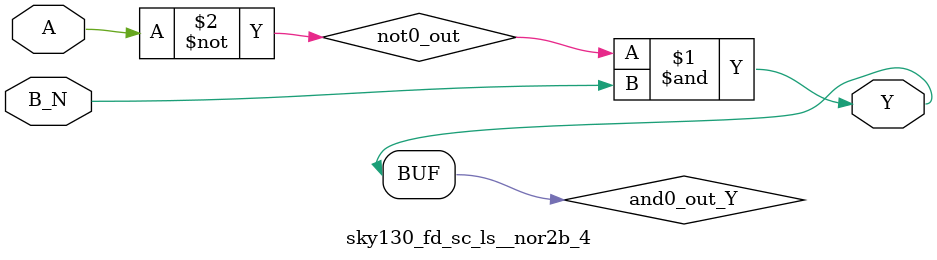
<source format=v>
/*
 * Copyright 2020 The SkyWater PDK Authors
 *
 * Licensed under the Apache License, Version 2.0 (the "License");
 * you may not use this file except in compliance with the License.
 * You may obtain a copy of the License at
 *
 *     https://www.apache.org/licenses/LICENSE-2.0
 *
 * Unless required by applicable law or agreed to in writing, software
 * distributed under the License is distributed on an "AS IS" BASIS,
 * WITHOUT WARRANTIES OR CONDITIONS OF ANY KIND, either express or implied.
 * See the License for the specific language governing permissions and
 * limitations under the License.
 *
 * SPDX-License-Identifier: Apache-2.0
*/


`ifndef SKY130_FD_SC_LS__NOR2B_4_FUNCTIONAL_V
`define SKY130_FD_SC_LS__NOR2B_4_FUNCTIONAL_V

/**
 * nor2b: 2-input NOR, first input inverted.
 *
 *        Y = !(A | B | C | !D)
 *
 * Verilog simulation functional model.
 */

`timescale 1ns / 1ps
`default_nettype none

`celldefine
module sky130_fd_sc_ls__nor2b_4 (
    Y  ,
    A  ,
    B_N
);

    // Module ports
    output Y  ;
    input  A  ;
    input  B_N;

    // Local signals
    wire not0_out  ;
    wire and0_out_Y;

    //  Name  Output      Other arguments
    not not0 (not0_out  , A              );
    and and0 (and0_out_Y, not0_out, B_N  );
    buf buf0 (Y         , and0_out_Y     );

endmodule
`endcelldefine

`default_nettype wire
`endif  // SKY130_FD_SC_LS__NOR2B_4_FUNCTIONAL_V

</source>
